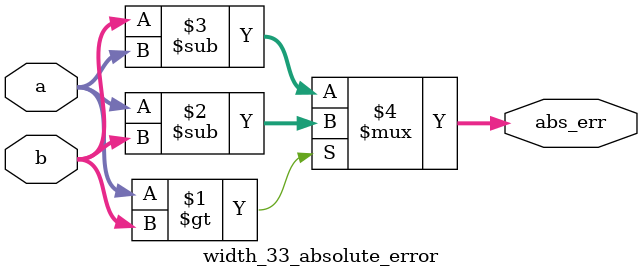
<source format=v>
module width_33_absolute_error(a, b, abs_err);
parameter _bit = 33;
input [_bit - 1: 0] a;
input [_bit - 1: 0] b;
output reg [_bit - 1: 0] abs_err;
assign abs_err = (a > b)? (a - b): (b - a);
endmodule

</source>
